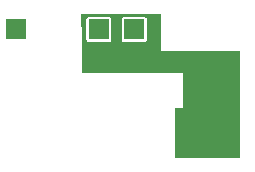
<source format=gbr>
%TF.GenerationSoftware,KiCad,Pcbnew,7.0.7*%
%TF.CreationDate,2024-04-09T12:20:50-07:00*%
%TF.ProjectId,Side A,53696465-2041-42e6-9b69-6361645f7063,rev?*%
%TF.SameCoordinates,Original*%
%TF.FileFunction,Copper,L2,Bot*%
%TF.FilePolarity,Positive*%
%FSLAX46Y46*%
G04 Gerber Fmt 4.6, Leading zero omitted, Abs format (unit mm)*
G04 Created by KiCad (PCBNEW 7.0.7) date 2024-04-09 12:20:50*
%MOMM*%
%LPD*%
G01*
G04 APERTURE LIST*
%TA.AperFunction,ComponentPad*%
%ADD10R,1.700000X1.700000*%
%TD*%
G04 APERTURE END LIST*
D10*
%TO.P,J3,1,Pin_1*%
%TO.N,unconnected-(J3-Pin_1-Pad1)*%
X123350000Y-111050000D03*
%TD*%
%TO.P,J1,1,Pin_1*%
%TO.N,GND*%
X130350000Y-111050000D03*
%TD*%
%TO.P,J2,1,Pin_1*%
%TO.N,unconnected-(J2-Pin_1-Pad1)*%
X133350000Y-111050000D03*
%TD*%
%TA.AperFunction,NonConductor*%
G36*
X135595945Y-109754101D02*
G01*
X135600045Y-109763952D01*
X135610275Y-112900000D01*
X142249953Y-112900000D01*
X142259852Y-112904101D01*
X142263953Y-112914000D01*
X142263953Y-121913242D01*
X142259852Y-121923141D01*
X142249953Y-121927242D01*
X136777953Y-121927242D01*
X136768054Y-121923141D01*
X136763953Y-121913242D01*
X136763953Y-117691242D01*
X136768054Y-117681343D01*
X136777953Y-117677242D01*
X137450123Y-117677242D01*
X137450023Y-114750000D01*
X128921481Y-114750000D01*
X128911582Y-114745899D01*
X128907481Y-114736078D01*
X128891707Y-111919747D01*
X129299500Y-111919747D01*
X129311133Y-111978231D01*
X129311134Y-111978234D01*
X129355447Y-112044552D01*
X129421765Y-112088865D01*
X129421767Y-112088865D01*
X129421769Y-112088867D01*
X129480252Y-112100500D01*
X131219748Y-112100500D01*
X131278231Y-112088867D01*
X131344552Y-112044552D01*
X131388867Y-111978231D01*
X131400500Y-111919748D01*
X131400500Y-111919747D01*
X132299500Y-111919747D01*
X132311133Y-111978231D01*
X132311134Y-111978234D01*
X132355447Y-112044552D01*
X132421765Y-112088865D01*
X132421767Y-112088865D01*
X132421769Y-112088867D01*
X132480252Y-112100500D01*
X134219748Y-112100500D01*
X134278231Y-112088867D01*
X134344552Y-112044552D01*
X134388867Y-111978231D01*
X134400500Y-111919748D01*
X134400500Y-110180252D01*
X134388867Y-110121769D01*
X134388865Y-110121767D01*
X134388865Y-110121765D01*
X134344552Y-110055447D01*
X134278234Y-110011134D01*
X134278231Y-110011133D01*
X134219748Y-109999500D01*
X132480252Y-109999500D01*
X132421768Y-110011133D01*
X132421765Y-110011134D01*
X132355447Y-110055447D01*
X132311134Y-110121765D01*
X132311133Y-110121768D01*
X132299500Y-110180252D01*
X132299500Y-111919747D01*
X131400500Y-111919747D01*
X131400500Y-110180252D01*
X131388867Y-110121769D01*
X131388865Y-110121767D01*
X131388865Y-110121765D01*
X131344552Y-110055447D01*
X131278234Y-110011134D01*
X131278231Y-110011133D01*
X131219748Y-109999500D01*
X129480252Y-109999500D01*
X129421768Y-110011133D01*
X129421765Y-110011134D01*
X129355447Y-110055447D01*
X129311134Y-110121765D01*
X129311133Y-110121768D01*
X129299500Y-110180252D01*
X129299500Y-111919747D01*
X128891707Y-111919747D01*
X128879633Y-109764078D01*
X128883678Y-109754156D01*
X128893555Y-109750000D01*
X135586046Y-109750000D01*
X135595945Y-109754101D01*
G37*
%TD.AperFunction*%
M02*

</source>
